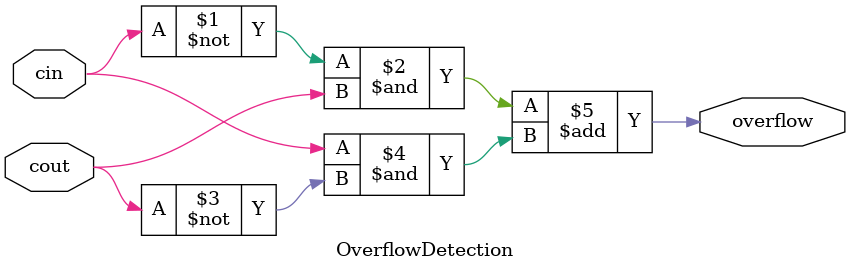
<source format=v>
`timescale 1ns / 1ps
module OverflowDetection(cin, cout, overflow);
	input cin, cout;
	output overflow;
	
	assign overflow = ((~cin) & cout) + (cin & (~cout));

endmodule

</source>
